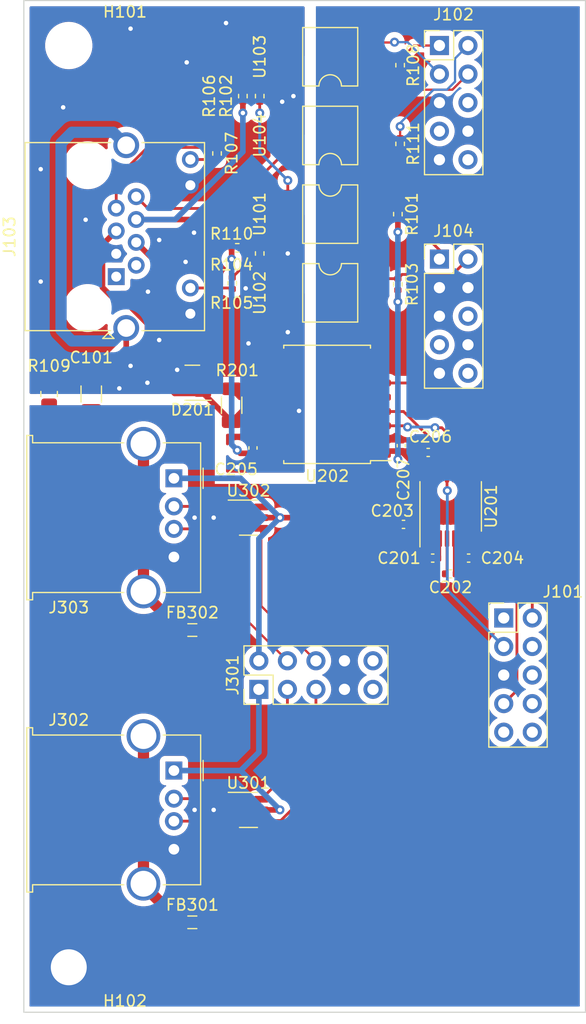
<source format=kicad_pcb>
(kicad_pcb (version 20221018) (generator pcbnew)
  (layers (0 "F.Cu" signal) (31 "B.Cu" signal) (34 "B.Paste" user) (35 "F.Paste" user) (36 "B.SilkS" user "B.Silkscreen") (37 "F.SilkS" user "F.Silkscreen") (38 "B.Mask" user) (39 "F.Mask" user) (44 "Edge.Cuts" user))
  (net 0 "")
  (net 1 "+3V3")
  (net 2 "GNDPWR")
  (net 3 "+5V")
  (net 4 "GND")
  (net 5 "Net-(C101-Pad1)")
  (net 6 "/B")
  (net 7 "/A")
  (net 8 "Net-(FB301-Pad1)")
  (net 9 "Net-(FB302-Pad1)")
  (net 11 "/RX")
  (net 12 "/TX")
  (net 15 "/RTS")
  (net 19 "/PWR")
  (net 20 "/RST")
  (net 21 "/HDDLED")
  (net 22 "/PWRLED")
  (net 23 "/HDLED1+")
  (net 24 "/PLED1+")
  (net 25 "/HDLED1-")
  (net 26 "/PLED1-")
  (net 27 "/~{PWRBTN1}")
  (net 28 "/~{RST1}")
  (net 29 "Net-(C201-Pad1)")
  (net 30 "/HDLED2+")
  (net 31 "/PLED2+")
  (net 32 "/~{PWRBTN2}")
  (net 33 "/~{RST2}")
  (net 35 "Net-(J301-Pad1)")
  (net 36 "Net-(J301-Pad3)")
  (net 37 "/USB/D-1")
  (net 38 "Net-(J301-Pad5)")
  (net 39 "/USB/D+1")
  (net 42 "Net-(R102-Pad2)")
  (net 43 "Net-(C201-Pad2)")
  (net 44 "Net-(C202-Pad1)")
  (net 45 "Net-(J302-Pad2)")
  (net 46 "Net-(J302-Pad3)")
  (net 47 "Net-(J303-Pad2)")
  (net 48 "Net-(J303-Pad3)")
  (net 49 "Net-(C202-Pad2)")
  (net 50 "Net-(C203-Pad1)")
  (net 51 "Net-(C204-Pad1)")
  (net 53 "Net-(R104-Pad2)")
  (net 54 "Net-(U201-Pad9)")
  (net 55 "Net-(U201-Pad10)")
  (net 56 "Net-(U201-Pad12)")
  (net 60 "Net-(J103-Pad10)")
  (net 61 "Net-(J103-Pad12)")
  (net 62 "Net-(R108-Pad2)")
  (net 63 "Net-(R111-Pad2)")
  (footprint "MountingHole:MountingHole_3.2mm_M3_Pad" (layer "F.Cu") (at 104 146)
    (fp_text reference "H102")
    (fp_text value "~")
  )
  (footprint "Capacitor_SMD:C_0402_1005Metric" (layer "F.Cu") (at 137.98 111)
    (fp_text reference "C202")
    (fp_text value "100n")
  )
  (footprint "Inductor_SMD:L_0805_2012Metric" (layer "F.Cu") (at 115 116)
    (fp_text reference "FB302")
    (fp_text value "FerriteBead_Small")
  )
  (footprint "Connector_USB:USB_A_Molex_67643_Horizontal" (layer "F.Cu") (at 113.36 128.5 -90)
    (fp_text reference "J302")
    (fp_text value "USB_A")
  )
  (footprint "Package_TO_SOT_SMD:SOT-23-6" (layer "F.Cu") (at 120 132)
    (fp_text reference "U301")
    (fp_text value "USBLC6-2SC6")
  )
  (footprint "Capacitor_SMD:C_0402_1005Metric" (layer "F.Cu") (at 136.4 109.6)
    (fp_text reference "C201")
    (fp_text value "100n")
  )
  (footprint "Connector_RJ:RJ45_Amphenol_RJHSE538X" (layer "F.Cu") (at 108.225 84.56 90)
    (fp_text reference "J103")
    (fp_text value "Control")
  )
  (footprint "Package_DIP:SMDIP-4_W7.62mm" (layer "F.Cu") (at 127.275 86)
    (fp_text reference "U102")
    (fp_text value "EL817")
  )
  (footprint "Resistor_SMD:R_1206_3216Metric" (layer "F.Cu") (at 118.5 96 90)
    (fp_text reference "R201")
    (fp_text value "120")
  )
  (footprint "Connector_PinHeader_2.54mm:PinHeader_2x05_P2.54mm_Vertical" (layer "F.Cu") (at 142.725 114.925)
    (fp_text reference "J101")
    (fp_text value "Serial")
  )
  (footprint "Resistor_SMD:R_0402_1005Metric" (layer "F.Cu") (at 118.55 85.15 90)
    (fp_text reference "R105")
    (fp_text value "1k")
  )
  (footprint "Package_SO:SOIC-16W_7.5x10.3mm_P1.27mm" (layer "F.Cu") (at 127 95.925 180)
    (fp_text reference "U202")
    (fp_text value "SIT3485ISO")
  )
  (footprint "Resistor_SMD:R_0402_1005Metric" (layer "F.Cu") (at 121 68.5 -90)
    (fp_text reference "R102")
    (fp_text value "1k")
  )
  (footprint "Resistor_SMD:R_0402_1005Metric" (layer "F.Cu") (at 117.2 73.6 90)
    (fp_text reference "R107")
    (fp_text value "1k")
  )
  (footprint "Package_DIP:SMDIP-4_W7.62mm" (layer "F.Cu") (at 127.275 72 180)
    (fp_text reference "U104")
    (fp_text value "EL817")
  )
  (footprint "Connector_PinHeader_2.54mm:PinHeader_2x05_P2.54mm_Vertical" (layer "F.Cu") (at 137 64)
    (fp_text reference "J102")
    (fp_text value "System IN")
  )
  (footprint "Capacitor_SMD:C_1206_3216Metric" (layer "F.Cu") (at 106 95 -90)
    (fp_text reference "C101")
    (fp_text value "1µ")
  )
  (footprint "Capacitor_SMD:C_0402_1005Metric" (layer "F.Cu") (at 133.6 99.6 90)
    (fp_text reference "C207")
    (fp_text value "100n")
  )
  (footprint "Package_DIP:SMDIP-4_W7.62mm" (layer "F.Cu") (at 127.275 79)
    (fp_text reference "U101")
    (fp_text value "EL817")
  )
  (footprint "Package_TO_SOT_SMD:SOT-23" (layer "F.Cu") (at 115 94 180)
    (fp_text reference "D201")
    (fp_text value "NUP2105L")
  )
  (footprint "Resistor_SMD:R_0402_1005Metric" (layer "F.Cu") (at 121 82.5 -90)
    (fp_text reference "R104")
    (fp_text value "1k")
  )
  (footprint "Capacitor_SMD:C_0402_1005Metric" (layer "F.Cu") (at 136 100.2)
    (fp_text reference "C206")
    (fp_text value "100n")
  )
  (footprint "Resistor_SMD:R_0402_1005Metric" (layer "F.Cu") (at 133.5 72.75 -90)
    (fp_text reference "R111")
    (fp_text value "1k")
  )
  (footprint "Resistor_SMD:R_0402_1005Metric" (layer "F.Cu") (at 119.5 68.5 -90)
    (fp_text reference "R106")
    (fp_text value "1k")
  )
  (footprint "Package_SO:TSSOP-16_4.4x5mm_P0.65mm" (layer "F.Cu") (at 138 105 90)
    (fp_text reference "U201")
    (fp_text value "SP3232")
  )
  (footprint "Connector_PinHeader_2.54mm:PinHeader_2x05_P2.54mm_Vertical" (layer "F.Cu") (at 120.925 121.275 90)
    (fp_text reference "J301")
    (fp_text value "USB")
  )
  (footprint "Package_DIP:SMDIP-4_W7.62mm" (layer "F.Cu") (at 127.275 65 180)
    (fp_text reference "U103")
    (fp_text value "EL817")
  )
  (footprint "Capacitor_SMD:C_0402_1005Metric" (layer "F.Cu") (at 133.8 106.6 180)
    (fp_text reference "C203")
    (fp_text value "100n")
  )
  (footprint "Connector_PinHeader_2.54mm:PinHeader_2x05_P2.54mm_Vertical" (layer "F.Cu") (at 137 83)
    (fp_text reference "J104")
    (fp_text value "System OUT")
  )
  (footprint "MountingHole:MountingHole_3.2mm_M3" (layer "F.Cu") (at 104 64)
    (fp_text reference "H101")
    (fp_text value "~")
  )
  (footprint "Inductor_SMD:L_0805_2012Metric" (layer "F.Cu") (at 115 142)
    (fp_text reference "FB301")
    (fp_text value "FerriteBead_Small")
  )
  (footprint "Resistor_SMD:R_0402_1005Metric" (layer "F.Cu") (at 133.3 85.25 -90)
    (fp_text reference "R103")
    (fp_text value "1k")
  )
  (footprint "Resistor_SMD:R_0402_1005Metric" (layer "F.Cu") (at 119 82 180)
    (fp_text reference "R110")
    (fp_text value "1k")
  )
  (footprint "Capacitor_SMD:C_0402_1005Metric" (layer "F.Cu") (at 139.6 109.6)
    (fp_text reference "C204")
    (fp_text value "100n")
  )
  (footprint "Resistor_SMD:R_0805_2012Metric" (layer "F.Cu") (at 102.25 95 -90)
    (fp_text reference "R109")
    (fp_text value "1M")
  )
  (footprint "Connector_USB:USB_A_Molex_67643_Horizontal" (layer "F.Cu") (at 113.36 102.5 -90)
    (fp_text reference "J303")
    (fp_text value "Control USB")
  )
  (footprint "Capacitor_SMD:C_0402_1005Metric" (layer "F.Cu") (at 120.4 99.8 90)
    (fp_text reference "C205")
    (fp_text value "100n")
  )
  (footprint "Package_TO_SOT_SMD:SOT-23-6" (layer "F.Cu") (at 120 106)
    (fp_text reference "U302")
    (fp_text value "USBLC6-2SC6")
  )
  (footprint "Resistor_SMD:R_0402_1005Metric" (layer "F.Cu") (at 133.5 65.75 -90)
    (fp_text reference "R108")
    (fp_text value "1k")
  )
  (footprint "Resistor_SMD:R_0402_1005Metric" (layer "F.Cu") (at 133.3 79 -90)
    (fp_text reference "R101")
    (fp_text value "1k")
  )
  (gr_line (start 140 150) (end 150 150) (stroke (width 0.1)) (layer "Edge.Cuts"))
  (gr_line (start 100 60) (end 100 150) (stroke (width 0.1)) (layer "Edge.Cuts"))
  (gr_line (start 150 60) (end 100 60) (stroke (width 0.1)) (layer "Edge.Cuts"))
  (gr_line (start 150 150) (end 150 60) (stroke (width 0.1)) (layer "Edge.Cuts"))
  (gr_line (start 100 150) (end 140 150) (stroke (width 0.1)) (layer "Edge.Cuts"))
  (segment (start 120.49 100.37) (end 120.4 100.28) (width 0.5) (layer "F.Cu") (net 1))
  (segment (start 122.35 100.37) (end 120.49 100.37) (width 0.5) (layer "F.Cu") (net 1))
  (segment (start 118.5 83) (end 118.5 82.01) (width 0.5) (layer "F.Cu") (net 1))
  (segment (start 118.5 82.01) (end 118.49 82) (width 0.5) (layer "F.Cu") (net 1))
  (segment (start 120.4 100.28) (end 119.28 100.28) (width 0.5) (layer "F.Cu") (net 1))
  (segment (start 119.5 70) (end 119.5 69.01) (width 0.5) (layer "F.Cu") (net 1))
  (segment (start 119.28 100.28) (end 119 100) (width 0.5) (layer "F.Cu") (net 1))
  (segment (start 115.97 79.48) (end 118.49 82) (width 0.5) (layer "F.Cu") (net 1))
  (segment (start 110.005 79.48) (end 115.97 79.48) (width 0.5) (layer "F.Cu") (net 1))
  (via (at 119.5 70) (size 0.8) (drill 0.4) (layers "F.Cu" "B.Cu") (net 1))
  (via (at 118.5 83) (size 0.8) (drill 0.4) (layers "F.Cu" "B.Cu") (net 1))
  (via (at 119 100) (size 0.8) (drill 0.4) (layers "F.Cu" "B.Cu") (net 1))
  (segment (start 113.471366 79.48) (end 110.005 79.48) (width 0.5) (layer "B.Cu") (net 1))
  (segment (start 118.5 83) (end 118.5 99.5) (width 0.5) (layer "B.Cu") (net 1))
  (segment (start 118.5 99.5) (end 119 100) (width 0.5) (layer "B.Cu") (net 1))
  (segment (start 119.5 73.451366) (end 113.471366 79.48) (width 0.5) (layer "B.Cu") (net 1))
  (segment (start 119.5 70) (end 119.5 73.451366) (width 0.5) (layer "B.Cu") (net 1))
  (via (at 123.5 89.5) (size 0.8) (drill 0.4) (layers "F.Cu" "B.Cu") (net 2))
  (via (at 123.5 82.5) (size 0.8) (drill 0.4) (layers "F.Cu" "B.Cu") (net 2))
  (via (at 108.5 94.5) (size 0.8) (drill 0.4) (layers "F.Cu" "B.Cu") (net 2))
  (via (at 105.5 79.5) (size 0.8) (drill 0.4) (layers "F.Cu" "B.Cu") (net 2))
  (via (at 112.05 90.2) (size 0.8) (drill 0.4) (layers "F.Cu" "B.Cu") (net 2))
  (via (at 118 62) (size 0.8) (drill 0.4) (layers "F.Cu" "B.Cu") (net 2))
  (via (at 112.05 81.3) (size 0.8) (drill 0.4) (layers "F.Cu" "B.Cu") (net 2))
  (via (at 114.4 83.25) (size 0.8) (drill 0.4) (layers "F.Cu" "B.Cu") (net 2))
  (via (at 119 101.5) (size 0.8) (drill 0.4) (layers "F.Cu" "B.Cu") (net 2))
  (via (at 123 69) (size 0.8) (drill 0.4) (layers "F.Cu" "B.Cu") (net 2))
  (via (at 101.5 75) (size 0.8) (drill 0.4) (layers "F.Cu" "B.Cu") (net 2))
  (via (at 101.5 85) (size 0.8) (drill 0.4) (layers "F.Cu" "B.Cu") (net 2))
  (via (at 111 94) (size 0.8) (drill 0.4) (layers "F.Cu" "B.Cu") (net 2))
  (via (at 109.5 92.5) (size 0.8) (drill 0.4) (layers "F.Cu" "B.Cu") (net 2))
  (via (at 114.5 65.5) (size 0.8) (drill 0.4) (layers "F.Cu" "B.Cu") (net 2))
  (via (at 115.15 80.65) (size 0.8) (drill 0.4) (layers "F.Cu" "B.Cu") (net 2))
  (via (at 113.65 92.85) (size 0.8) (drill 0.4) (layers "F.Cu" "B.Cu") (net 2))
  (via (at 124 68.5) (size 0.8) (drill 0.4) (layers "F.Cu" "B.Cu") (net 2))
  (via (at 124.5 96.5) (size 0.8) (drill 0.4) (layers "F.Cu" "B.Cu") (net 2))
  (via (at 109.5 62.5) (size 0.8) (drill 0.4) (layers "F.Cu" "B.Cu") (net 2))
  (via (at 103.5 69.5) (size 0.8) (drill 0.4) (layers "F.Cu" "B.Cu") (net 2))
  (via (at 120 90.5) (size 0.8) (drill 0.4) (layers "F.Cu" "B.Cu") (net 2))
  (via (at 119.75 85.6) (size 0.8) (drill 0.4) (layers "F.Cu" "B.Cu") (net 2))
  (via (at 111.05 85.9) (size 0.8) (drill 0.4) (layers "F.Cu" "B.Cu") (net 2))
  (segment (start 135.4 100.08) (end 135.52 100.2) (width 0.5) (layer "F.Cu") (net 3))
  (segment (start 133.3 79.51) (end 133.3 80.6) (width 0.5) (layer "F.Cu") (net 3))
  (segment (start 126.02 106) (end 131.65 100.37) (width 0.5) (layer "F.Cu") (net 3))
  (segment (start 133.3 100.38) (end 133.6 100.08) (width 0.5) (layer "F.Cu") (net 3))
  (segment (start 135.725 102.1375) (end 135.6575 102.1375) (width 0.5) (layer "F.Cu") (net 3))
  (segment (start 133.3 86.8) (end 133.3 85.76) (width 0.5) (layer "F.Cu") (net 3))
  (segment (start 121.1375 106) (end 122.8 106) (width 0.5) (layer "F.Cu") (net 3))
  (segment (start 122.8 106) (end 126.02 106) (width 0.5) (layer "F.Cu") (net 3))
  (segment (start 135.6575 102.1375) (end 133.6 100.08) (width 0.5) (layer "F.Cu") (net 3))
  (segment (start 133.3 100.8) (end 133.3 100.38) (width 0.5) (layer "F.Cu") (net 3))
  (segment (start 133.6 100.08) (end 135.4 100.08) (width 0.5) (layer "F.Cu") (net 3))
  (segment (start 133.6 100.08) (end 131.94 100.08) (width 0.5) (layer "F.Cu") (net 3))
  (segment (start 131.94 100.08) (end 131.65 100.37) (width 0.5) (layer "F.Cu") (net 3))
  (via (at 133.3 100.8) (size 0.8) (drill 0.4) (layers "F.Cu" "B.Cu") (net 3))
  (via (at 133.3 86.8) (size 0.8) (drill 0.4) (layers "F.Cu" "B.Cu") (net 3))
  (via (at 122.8 106) (size 0.8) (drill 0.4) (layers "F.Cu" "B.Cu") (net 3))
  (via (at 133.3 80.6) (size 0.8) (drill 0.4) (layers "F.Cu" "B.Cu") (net 3))
  (segment (start 133.3 86.8) (end 133.3 100.8) (width 0.5) (layer "B.Cu") (net 3))
  (segment (start 120.925 107.875) (end 122.8 106) (width 0.5) (layer "B.Cu") (net 3))
  (segment (start 113.36 102.5) (end 119.3 102.5) (width 0.5) (layer "B.Cu") (net 3))
  (segment (start 119.3 102.5) (end 122.8 106) (width 0.5) (layer "B.Cu") (net 3))
  (segment (start 133.3 80.6) (end 133.3 86.8) (width 0.5) (layer "B.Cu") (net 3))
  (segment (start 120.925 118.735) (end 120.925 107.875) (width 0.5) (layer "B.Cu") (net 3))
  (segment (start 136.4 103.9) (end 136.37548 103.87548) (width 0.5) (layer "F.Cu") (net 4))
  (segment (start 136.37548 103.87548) (end 136.37548 102.47629) (width 0.5) (layer "F.Cu") (net 4))
  (segment (start 138.975 102.1375) (end 138.975 103.575) (width 0.5) (layer "F.Cu") (net 4))
  (segment (start 138.975 103.575) (end 139 103.6) (width 0.5) (layer "F.Cu") (net 4))
  (segment (start 136.48 100.2) (end 136.37548 100.30452) (width 0.5) (layer "F.Cu") (net 4))
  (segment (start 136.37548 100.30452) (end 136.37548 101.79871) (width 0.5) (layer "F.Cu") (net 4))
  (via (at 115.2 132) (size 0.8) (drill 0.4) (layers "F.Cu" "B.Cu") (net 4))
  (via (at 116.9 132) (size 0.8) (drill 0.4) (layers "F.Cu" "B.Cu") (net 4))
  (via (at 116.9 106) (size 0.8) (drill 0.4) (layers "F.Cu" "B.Cu") (net 4))
  (via (at 115.2 106) (size 0.8) (drill 0.4) (layers "F.Cu" "B.Cu") (net 4))
  (segment (start 109.115 90.885) (end 106.475 93.525) (width 0.5) (layer "F.Cu") (net 5))
  (segment (start 105.4375 94.0875) (end 106 93.525) (width 0.5) (layer "F.Cu") (net 5))
  (segment (start 109.115 89.13) (end 109.115 90.885) (width 0.5) (layer "F.Cu") (net 5))
  (segment (start 106.475 93.525) (end 106 93.525) (width 0.5) (layer "F.Cu") (net 5))
  (segment (start 102.25 94.0875) (end 105.4375 94.0875) (width 0.5) (layer "F.Cu") (net 5))
  (segment (start 109.115 72.87) (end 107.965 71.72) (width 1) (layer "B.Cu") (net 5))
  (segment (start 104.28 71.72) (end 103.310479 72.689521) (width 1) (layer "B.Cu") (net 5))
  (segment (start 103.310479 72.689521) (end 103.310479 89.310479) (width 1) (layer "B.Cu") (net 5))
  (segment (start 107.965 71.72) (end 104.28 71.72) (width 1) (layer "B.Cu") (net 5))
  (segment (start 104.28 90.28) (end 107.965 90.28) (width 1) (layer "B.Cu") (net 5))
  (segment (start 103.310479 89.310479) (end 104.28 90.28) (width 1) (layer "B.Cu") (net 5))
  (segment (start 107.965 90.28) (end 109.115 89.13) (width 1) (layer "B.Cu") (net 5))
  (segment (start 107 81.721) (end 107 85.519022) (width 0.5) (layer "F.Cu") (net 6))
  (segment (start 115.9875 94.95) (end 118.5 97.4625) (width 0.5) (layer "F.Cu") (net 6))
  (segment (start 109.123526 86.876474) (end 111 88.752949) (width 0.5) (layer "F.Cu") (net 6))
  (segment (start 113.427151 94.95) (end 115.9375 94.95) (width 0.5) (layer "F.Cu") (net 6))
  (segment (start 107 85.519022) (end 108.357452 86.876474) (width 0.5) (layer "F.Cu") (net 6))
  (segment (start 108.357452 86.876474) (end 109.123526 86.876474) (width 0.5) (layer "F.Cu") (net 6))
  (segment (start 119.4025 96.56) (end 118.5 97.4625) (width 0.5) (layer "F.Cu") (net 6))
  (segment (start 122.35 96.56) (end 119.4025 96.56) (width 0.5) (layer "F.Cu") (net 6))
  (segment (start 111 88.752949) (end 111 92.522849) (width 0.5) (layer "F.Cu") (net 6))
  (segment (start 111 92.522849) (end 113.427151 94.95) (width 0.5) (layer "F.Cu") (net 6))
  (segment (start 108.225 80.496) (end 107 81.721) (width 0.5) (layer "F.Cu") (net 6))
  (segment (start 115.9375 94.95) (end 115.9875 94.95) (width 0.5) (layer "F.Cu") (net 6))
  (segment (start 113 84.507) (end 110.005 81.512) (width 0.5) (layer "F.Cu") (net 7))
  (segment (start 117.425 94.5375) (end 115.9375 93.05) (width 0.5) (layer "F.Cu") (net 7))
  (segment (start 113 90.1125) (end 113 84.507) (width 0.5) (layer "F.Cu") (net 7))
  (segment (start 122.35 95.29) (end 119.2525 95.29) (width 0.5) (layer "F.Cu") (net 7))
  (segment (start 118.5 94.5375) (end 117.425 94.5375) (width 0.5) (layer "F.Cu") (net 7))
  (segment (start 115.9375 93.05) (end 113 90.1125) (width 0.5) (layer "F.Cu") (net 7))
  (segment (start 119.2525 95.29) (end 118.5 94.5375) (width 0.5) (layer "F.Cu") (net 7))
  (segment (start 110.65 125.43) (end 110.65 138.57) (width 1) (layer "F.Cu") (net 8))
  (segment (start 110.65 138.57) (end 110.65 138.7125) (width 1) (layer "F.Cu") (net 8))
  (segment (start 110.65 138.7125) (end 113.9375 142) (width 1) (layer "F.Cu") (net 8))
  (segment (start 110.65 112.7125) (end 113.9375 116) (width 1) (layer "F.Cu") (net 9))
  (segment (start 110.65 112.57) (end 110.65 112.7125) (width 1) (layer "F.Cu") (net 9))
  (segment (start 110.65 99.43) (end 110.65 112.57) (width 1) (layer "F.Cu") (net 9))
  (segment (start 139.625 107.8625) (end 139.625 107.174639) (width 0.25) (layer "F.Cu") (net 11))
  (segment (start 139.999159 106.80048) (end 140.60048 106.80048) (width 0.25) (layer "F.Cu") (net 11))
  (segment (start 145.265 111.465) (end 145.265 114.925) (width 0.25) (layer "F.Cu") (net 11))
  (segment (start 140.60048 106.80048) (end 145.265 111.465) (width 0.25) (layer "F.Cu") (net 11))
  (segment (start 139.625 107.174639) (end 139.999159 106.80048) (width 0.25) (layer "F.Cu") (net 11))
  (segment (start 137.675 102.1375) (end 137.675 103.575) (width 0.25) (layer "F.Cu") (net 12))
  (segment (start 137.675 103.575) (end 137.7 103.6) (width 0.25) (layer "F.Cu") (net 12))
  (via (at 137.7 103.6) (size 0.8) (drill 0.4) (layers "F.Cu" "B.Cu") (net 12))
  (segment (start 137.7 112.44) (end 142.725 117.465) (width 0.25) (layer "B.Cu") (net 12))
  (segment (start 137.7 103.6) (end 137.7 112.44) (width 0.25) (layer "B.Cu") (net 12))
  (segment (start 143.899511 111.487011) (end 143.899511 121.370489) (width 0.25) (layer "F.Cu") (net 15))
  (segment (start 140.275 107.8625) (end 143.899511 111.487011) (width 0.25) (layer "F.Cu") (net 15))
  (segment (start 143.899511 121.370489) (end 142.725 122.545) (width 0.25) (layer "F.Cu") (net 15))
  (segment (start 120.99 68) (end 121 67.99) (width 0.25) (layer "F.Cu") (net 21))
  (segment (start 111.004786 73.065489) (end 117.175489 73.065489) (width 0.25) (layer "F.Cu") (net 21))
  (segment (start 121 67.99) (end 121.745 67.99) (width 0.25) (layer "F.Cu") (net 21))
  (segment (start 108.225 78.464) (end 108.225 75.845275) (width 0.25) (layer "F.Cu") (net 21))
  (segment (start 121.745 67.99) (end 123.465 66.27) (width 0.25) (layer "F.Cu") (net 21))
  (segment (start 117.2 70.29) (end 119.5 67.99) (width 0.25) (layer "F.Cu") (net 21))
  (segment (start 117.2 73.09) (end 117.2 70.29) (width 0.25) (layer "F.Cu") (net 21))
  (segment (start 119.51 68) (end 120.99 68) (width 0.25) (layer "F.Cu") (net 21))
  (segment (start 117.175489 73.065489) (end 117.2 73.09) (width 0.25) (layer "F.Cu") (net 21))
  (segment (start 108.225 75.845275) (end 111.004786 73.065489) (width 0.25) (layer "F.Cu") (net 21))
  (segment (start 116.005 78.495) (end 119.51 82) (width 0.25) (layer "F.Cu") (net 22))
  (segment (start 119.51 82) (end 119.51 83.68) (width 0.25) (layer "F.Cu") (net 22))
  (segment (start 111.052 78.495) (end 116.005 78.495) (width 0.25) (layer "F.Cu") (net 22))
  (segment (start 119.51 83.68) (end 118.55 84.64) (width 0.25) (layer "F.Cu") (net 22))
  (segment (start 120.99 82) (end 121 81.99) (width 0.25) (layer "F.Cu") (net 22))
  (segment (start 119.51 77.225) (end 119.51 82) (width 0.25) (layer "F.Cu") (net 22))
  (segment (start 119.51 82) (end 120.99 82) (width 0.25) (layer "F.Cu") (net 22))
  (segment (start 110.005 77.448) (end 111.052 78.495) (width 0.25) (layer "F.Cu") (net 22))
  (segment (start 123.465 73.27) (end 119.51 77.225) (width 0.25) (layer "F.Cu") (net 22))
  (segment (start 137 64) (end 134.74 64) (width 0.2) (layer "F.Cu") (net 23))
  (segment (start 134.74 64) (end 133.5 65.24) (width 0.2) (layer "F.Cu") (net 23))
  (segment (start 133.5 71.2) (end 133.5 72.24) (width 0.2) (layer "F.Cu") (net 24))
  (via (at 133.5 71.2) (size 0.8) (drill 0.4) (layers "F.Cu" "B.Cu") (net 24))
  (segment (start 138.390489 65.149511) (end 138.390489 67.209511) (width 0.2) (layer "B.Cu") (net 24))
  (segment (start 133.5 70.9) (end 133.5 71.2) (width 0.2) (layer "B.Cu") (net 24))
  (segment (start 138.390489 67.209511) (end 137.669511 67.930489) (width 0.2) (layer "B.Cu") (net 24))
  (segment (start 139.54 64) (end 138.390489 65.149511) (width 0.2) (layer "B.Cu") (net 24))
  (segment (start 137.669511 67.930489) (end 136.469511 67.930489) (width 0.2) (layer "B.Cu") (net 24))
  (segment (start 136.469511 67.930489) (end 133.5 70.9) (width 0.2) (layer "B.Cu") (net 24))
  (segment (start 133 63.7) (end 132.77 63.73) (width 0.2) (layer "F.Cu") (net 25))
  (segment (start 132.77 63.73) (end 131.085 63.73) (width 0.2) (layer "F.Cu") (net 25))
  (via (at 133 63.7) (size 0.8) (drill 0.4) (layers "F.Cu" "B.Cu") (net 25))
  (segment (start 133 63.7) (end 134.16 63.7) (width 0.2) (layer "B.Cu") (net 25))
  (segment (start 134.16 63.7) (end 137 66.54) (width 0.2) (layer "B.Cu") (net 25))
  (segment (start 133.884511 67.930489) (end 138.149511 67.930489) (width 0.2) (layer "F.Cu") (net 26))
  (segment (start 138.149511 67.930489) (end 139.54 66.54) (width 0.2) (layer "F.Cu") (net 26))
  (segment (start 131.085 70.73) (end 133.884511 67.930489) (width 0.2) (layer "F.Cu") (net 26))
  (segment (start 135.725 107.8625) (end 135.725 109.405) (width 0.25) (layer "F.Cu") (net 29))
  (segment (start 135.725 109.405) (end 135.92 109.6) (width 0.25) (layer "F.Cu") (net 29))
  (segment (start 131.085 77.73) (end 132.54 77.73) (width 0.25) (layer "F.Cu") (net 30))
  (segment (start 137 82.19) (end 137 83) (width 0.25) (layer "F.Cu") (net 30))
  (segment (start 133.3 78.49) (end 137 82.19) (width 0.25) (layer "F.Cu") (net 30))
  (segment (start 132.54 77.73) (end 133.3 78.49) (width 0.25) (layer "F.Cu") (net 30))
  (segment (start 133.3 84.74) (end 131.095 84.74) (width 0.25) (layer "F.Cu") (net 31))
  (segment (start 133.3 84.74) (end 133.674511 84.365489) (width 0.25) (layer "F.Cu") (net 31))
  (segment (start 138.174511 84.365489) (end 139.54 83) (width 0.25) (layer "F.Cu") (net 31))
  (segment (start 133.674511 84.365489) (end 138.174511 84.365489) (width 0.25) (layer "F.Cu") (net 31))
  (segment (start 131.095 84.74) (end 131.085 84.73) (width 0.25) (layer "F.Cu") (net 31))
  (segment (start 122.8 132) (end 121.1375 132) (width 0.5) (layer "F.Cu") (net 35))
  (via (at 122.8 132) (size 0.8) (drill 0.4) (layers "F.Cu" "B.Cu") (net 35))
  (segment (start 113.36 128.5) (end 119.3 128.5) (width 0.5) (layer "B.Cu") (net 35))
  (segment (start 119.3 128.5) (end 122.8 132) (width 0.5) (layer "B.Cu") (net 35))
  (segment (start 120.925 126.875) (end 119.3 128.5) (width 0.5) (layer "B.Cu") (net 35))
  (segment (start 120.925 121.275) (end 120.925 126.875) (width 0.5) (layer "B.Cu") (net 35))
  (segment (start 122.931697 124.935) (end 123.998303 124.935) (width 0.25) (layer "F.Cu") (net 36))
  (segment (start 122.931697 123.735) (end 123.165 123.735) (width 0.25) (layer "F.Cu") (net 36))
  (segment (start 123.465 123.435) (end 123.465 121.587675) (width 0.25) (layer "F.Cu") (net 36))
  (segment (start 122.931697 124.335) (end 123.998303 124.335) (width 0.25) (layer "F.Cu") (net 36))
  (segment (start 123.165 125.535) (end 122.931697 125.535) (width 0.25) (layer "F.Cu") (net 36))
  (segment (start 123.465 121.587675) (end 123.465 121.275) (width 0.25) (layer "F.Cu") (net 36))
  (segment (start 121.1375 131.05) (end 123.465 128.7225) (width 0.25) (layer "F.Cu") (net 36))
  (segment (start 123.465 128.7225) (end 123.465 125.835) (width 0.25) (layer "F.Cu") (net 36))
  (arc (start 123.165 123.735) (mid 123.377132 123.647132) (end 123.465 123.435) (width 0.25) (layer "F.Cu") (net 36))
  (arc (start 123.465 125.835) (mid 123.377132 125.622868) (end 123.165 125.535) (width 0.25) (layer "F.Cu") (net 36))
  (arc (start 123.998303 124.935) (mid 124.210435 124.847132) (end 124.298303 124.635) (width 0.25) (layer "F.Cu") (net 36))
  (arc (start 122.631697 124.035) (mid 122.719565 123.822868) (end 122.931697 123.735) (width 0.25) (layer "F.Cu") (net 36))
  (arc (start 122.931697 125.535) (mid 122.719565 125.447132) (end 122.631697 125.235) (width 0.25) (layer "F.Cu") (net 36))
  (arc (start 122.931697 124.335) (mid 122.719565 124.247132) (end 122.631697 124.035) (width 0.25) (layer "F.Cu") (net 36))
  (arc (start 122.631697 125.235) (mid 122.719565 125.022868) (end 122.931697 124.935) (width 0.25) (layer "F.Cu") (net 36))
  (arc (start 124.298303 124.635) (mid 124.210435 124.422868) (end 123.998303 124.335) (width 0.25) (layer "F.Cu") (net 36))
  (segment (start 120 105.839283) (end 120 115.27) (width 0.2) (layer "F.Cu") (net 37))
  (segment (start 121.1375 105.05) (end 120.789283 105.05) (width 0.2) (layer "F.Cu") (net 37))
  (segment (start 120 115.27) (end 123.465 118.735) (width 0.2) (layer "F.Cu") (net 37))
  (segment (start 120.789283 105.05) (end 120 105.839283) (width 0.2) (layer "F.Cu") (net 37))
  (segment (start 126.005 129.819614) (end 126.005 121.275) (width 0.25) (layer "F.Cu") (net 38))
  (segment (start 122.874614 132.95) (end 126.005 129.819614) (width 0.25) (layer "F.Cu") (net 38))
  (segment (start 121.1375 132.95) (end 122.874614 132.95) (width 0.25) (layer "F.Cu") (net 38))
  (segment (start 123.50779 116.23779) (end 125.469552 118.199552) (width 0.2) (layer "F.Cu") (net 39))
  (segment (start 125.469552 118.199552) (end 126.005 118.735) (width 0.2) (layer "F.Cu") (net 39))
  (segment (start 121.1375 113.8675) (end 122.235 114.965) (width 0.2) (layer "F.Cu") (net 39))
  (segment (start 123.028339 116.292978) (end 123.083526 116.23779) (width 0.2) (layer "F.Cu") (net 39))
  (segment (start 122.659264 114.965) (end 122.714452 114.909813) (width 0.2) (layer "F.Cu") (net 39))
  (segment (start 123.083527 115.389263) (end 123.138716 115.334077) (width 0.2) (layer "F.Cu") (net 39))
  (segment (start 121.1375 106.95) (end 121.1375 113.8675) (width 0.2) (layer "F.Cu") (net 39))
  (segment (start 123.083527 115.389263) (end 122.604075 115.868714) (width 0.2) (layer "F.Cu") (net 39))
  (arc (start 122.714452 114.909813) (mid 122.926584 114.821945) (end 123.138716 114.909813) (width 0.2) (layer "F.Cu") (net 39))
  (arc (start 123.083526 116.23779) (mid 123.295658 116.149922) (end 123.50779 116.23779) (width 0.2) (layer "F.Cu") (net 39))
  (arc (start 122.604075 115.868714) (mid 122.516207 116.080846) (end 122.604075 116.292978) (width 0.2) (layer "F.Cu") (net 39))
  (arc (start 123.138716 114.909813) (mid 123.226583 115.121945) (end 123.138715 115.334078) (width 0.2) (layer "F.Cu") (net 39))
  (arc (start 122.604075 116.292978) (mid 122.816208 116.380846) (end 123.02834 116.292977) (width 0.2) (layer "F.Cu") (net 39))
  (arc (start 122.235 114.965) (mid 122.447134 115.052869) (end 122.659265 114.964999) (width 0.2) (layer "F.Cu") (net 39))
  (segment (start 121 69.01) (end 121 70) (width 0.25) (layer "F.Cu") (net 42))
  (segment (start 123.5 77.695) (end 123.465 77.73) (width 0.25) (layer "F.Cu") (net 42))
  (segment (start 123.5 76) (end 123.5 77.695) (width 0.25) (layer "F.Cu") (net 42))
  (via (at 121 70) (size 0.8) (drill 0.4) (layers "F.Cu" "B.Cu") (net 42))
  (via (at 123.5 76) (size 0.8) (drill 0.4) (layers "F.Cu" "B.Cu") (net 42))
  (segment (start 121 73.5) (end 123.5 76) (width 0.25) (layer "B.Cu") (net 42))
  (segment (start 121 70) (end 121 73.5) (width 0.25) (layer "B.Cu") (net 42))
  (segment (start 137.025 109.455) (end 136.88 109.6) (width 0.25) (layer "F.Cu") (net 43))
  (segment (start 137.025 107.8625) (end 137.025 109.455) (width 0.25) (layer "F.Cu") (net 43))
  (segment (start 137.675 110.825) (end 137.5 111) (width 0.25) (layer "F.Cu") (net 44))
  (segment (start 137.675 107.8625) (end 137.675 110.825) (width 0.25) (layer "F.Cu") (net 44))
  (segment (start 118.8625 131.05) (end 118.8125 131) (width 0.25) (layer "F.Cu") (net 45))
  (segment (start 118.8125 131) (end 113.36 131) (width 0.25) (layer "F.Cu") (net 45))
  (segment (start 118.8125 133) (end 113.36 133) (width 0.25) (layer "F.Cu") (net 46))
  (segment (start 118.8625 132.95) (end 118.8125 133) (width 0.25) (layer "F.Cu") (net 46))
  (segment (start 118.8625 105.05) (end 118.8125 105) (width 0.25) (layer "F.Cu") (net 47))
  (segment (start 118.8125 105) (end 113.36 105) (width 0.25) (layer "F.Cu") (net 47))
  (segment (start 118.8625 106.95) (end 118.8125 107) (width 0.25) (layer "F.Cu") (net 48))
  (segment (start 118.8125 107) (end 113.36 107) (width 0.25) (layer "F.Cu") (net 48))
  (segment (start 138.325 110.865) (end 138.46 111) (width 0.25) (layer "F.Cu") (net 49))
  (segment (start 138.325 107.8625) (end 138.325 110.865) (width 0.25) (layer "F.Cu") (net 49))
  (segment (start 134.28 106.6) (end 135.800361 106.6) (width 0.25) (layer "F.Cu") (net 50))
  (segment (start 136.375 107.174639) (end 136.375 107.8625) (width 0.25) (layer "F.Cu") (net 50))
  (segment (start 135.800361 106.6) (end 136.375 107.174639) (width 0.25) (layer "F.Cu") (net 50))
  (segment (start 138.975 109.455) (end 139.12 109.6) (width 0.25) (layer "F.Cu") (net 51))
  (segment (start 138.975 107.8625) (end 138.975 109.455) (width 0.25) (layer "F.Cu") (net 51))
  (segment (start 122.72 84.73) (end 121 83.01) (width 0.25) (layer "F.Cu") (net 53))
  (segment (start 123.465 84.73) (end 122.72 84.73) (width 0.25) (layer "F.Cu") (net 53))
  (segment (start 134.18 94.02) (end 131.65 94.02) (width 0.25) (layer "F.Cu") (net 54))
  (segment (start 140.275 100.115) (end 134.18 94.02) (width 0.25) (layer "F.Cu") (net 54))
  (segment (start 140.275 102.1375) (end 140.275 100.115) (width 0.25) (layer "F.Cu") (net 54))
  (segment (start 139.625 102.1375) (end 139.625 100.412507) (width 0.25) (layer "F.Cu") (net 55))
  (segment (start 134.052332 97.83) (end 131.65 97.83) (width 0.25) (layer "F.Cu") (net 55))
  (segment (start 137.212493 98) (end 139.625 100.412507) (width 0.25) (layer "F.Cu") (net 55))
  (segment (start 136.6 98) (end 137.212493 98) (width 0.25) (layer "F.Cu") (net 55))
  (segment (start 134.161166 97.938834) (end 134.052332 97.83) (width 0.25) (layer "F.Cu") (net 55))
  (via (at 134.161166 97.938834) (size 0.8) (drill 0.4) (layers "F.Cu" "B.Cu") (net 55))
  (via (at 136.6 98) (size 0.8) (drill 0.4) (layers "F.Cu" "B.Cu") (net 55))
  (segment (start 134.161166 97.938834) (end 136.561166 97.938834) (width 0.25) (layer "B.Cu") (net 55))
  (segment (start 138.325 102.1375) (end 138.325 101.07807) (width 0.25) (layer "F.Cu") (net 56))
  (segment (start 138.325 101.07807) (end 133.80693 96.56) (width 0.25) (layer "F.Cu") (net 56))
  (segment (start 133.80693 96.56) (end 131.65 96.56) (width 0.25) (layer "F.Cu") (net 56))
  (segment (start 131.65 95.29) (end 131.65 96.56) (width 0.25) (layer "F.Cu") (net 56))
  (segment (start 118.46 85.57) (end 118.55 85.66) (width 0.25) (layer "F.Cu") (net 60))
  (segment (start 114.825 85.57) (end 118.46 85.57) (width 0.25) (layer "F.Cu") (net 60))
  (segment (start 117.17 74.14) (end 117.2 74.11) (width 0.25) (layer "F.Cu") (net 61))
  (segment (start 114.825 74.14) (end 117.17 74.14) (width 0.25) (layer "F.Cu") (net 61))
  (segment (start 133.49 66.27) (end 133.5 66.26) (width 0.25) (layer "F.Cu") (net 62))
  (segment (start 131.085 66.27) (end 133.49 66.27) (width 0.25) (layer "F.Cu") (net 62))
  (segment (start 133.49 73.27) (end 133.5 73.26) (width 0.25) (layer "F.Cu") (net 63))
  (segment (start 131.085 73.27) (end 133.49 73.27) (width 0.25) (layer "F.Cu") (net 63))
  (zone (net 4) (net_name "GND") (layers "F&B.Cu") (connect_pads yes (clearance 0.508)) (min_thickness 0.1) (fill yes (thermal_gap 0.508) (thermal_bridge_width 0.508))
    (polygon (pts (xy 150 150) (xy 100 150) (xy 100 96) (xy 117 96) (xy 117 103) (xy 126 103) (xy 126 60) (xy 150 60)))
  )
  (zone (net 2) (net_name "GNDPWR") (layers "F&B.Cu") (connect_pads yes (clearance 0.508)) (min_thickness 0.254) (fill yes (thermal_gap 0.508) (thermal_bridge_width 0.508))
    (polygon (pts (xy 125 102) (xy 118 102) (xy 118 95) (xy 100 95) (xy 100 60) (xy 125 60)))
  )
)
</source>
